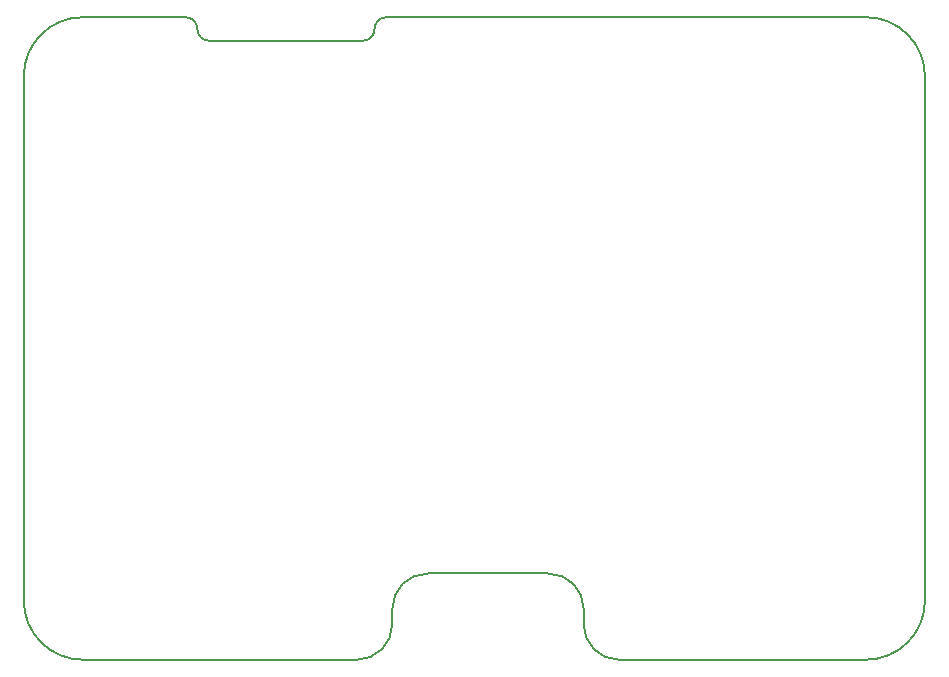
<source format=gbr>
G04 #@! TF.GenerationSoftware,KiCad,Pcbnew,(5.0.1-3-g963ef8bb5)*
G04 #@! TF.CreationDate,2019-05-10T17:55:58-07:00*
G04 #@! TF.ProjectId,ME203_Project,4D453230335F50726F6A6563742E6B69,rev?*
G04 #@! TF.SameCoordinates,Original*
G04 #@! TF.FileFunction,Profile,NP*
%FSLAX46Y46*%
G04 Gerber Fmt 4.6, Leading zero omitted, Abs format (unit mm)*
G04 Created by KiCad (PCBNEW (5.0.1-3-g963ef8bb5)) date Friday, May 10, 2019 at 05:55:58 PM*
%MOMM*%
%LPD*%
G01*
G04 APERTURE LIST*
%ADD10C,0.200000*%
G04 APERTURE END LIST*
D10*
X86400000Y-34100000D02*
G75*
G02X87400000Y-35100000I0J-1000000D01*
G01*
X88400000Y-36100000D02*
G75*
G02X87400000Y-35100000I0J1000000D01*
G01*
X101400000Y-36100000D02*
X88400000Y-36100000D01*
X101400000Y-36100000D02*
G75*
G03X102400000Y-35100000I0J1000000D01*
G01*
X103400000Y-34100000D02*
G75*
G03X102400000Y-35100000I0J-1000000D01*
G01*
X144000000Y-34100000D02*
X103400000Y-34100000D01*
X149000000Y-39100000D02*
G75*
G03X144000000Y-34100000I-5000000J0D01*
G01*
X149000000Y-83500000D02*
X149000000Y-39100000D01*
X149000000Y-83500000D02*
G75*
G02X144000000Y-88500000I-5000000J0D01*
G01*
X123100000Y-88500000D02*
X144000000Y-88500000D01*
X120100000Y-85500000D02*
G75*
G03X123100000Y-88500000I3000000J0D01*
G01*
X120100000Y-84200000D02*
G75*
G03X117100000Y-81200000I-3000000J0D01*
G01*
X120100000Y-85500000D02*
X120100000Y-84200000D01*
X106900000Y-81200000D02*
X117100000Y-81200000D01*
X103900000Y-85500000D02*
X103900000Y-84200000D01*
X103900000Y-84200000D02*
G75*
G02X106900000Y-81200000I3000000J0D01*
G01*
X103900000Y-85500000D02*
G75*
G02X100900000Y-88500000I-3000000J0D01*
G01*
X77700000Y-88500000D02*
X100900000Y-88500000D01*
X72700000Y-83500000D02*
X72700000Y-39100000D01*
X77700000Y-88500000D02*
G75*
G02X72700000Y-83500000I0J5000000D01*
G01*
X72700000Y-39100000D02*
G75*
G02X77700000Y-34100000I5000000J0D01*
G01*
X86400000Y-34100000D02*
X77700000Y-34100000D01*
M02*

</source>
